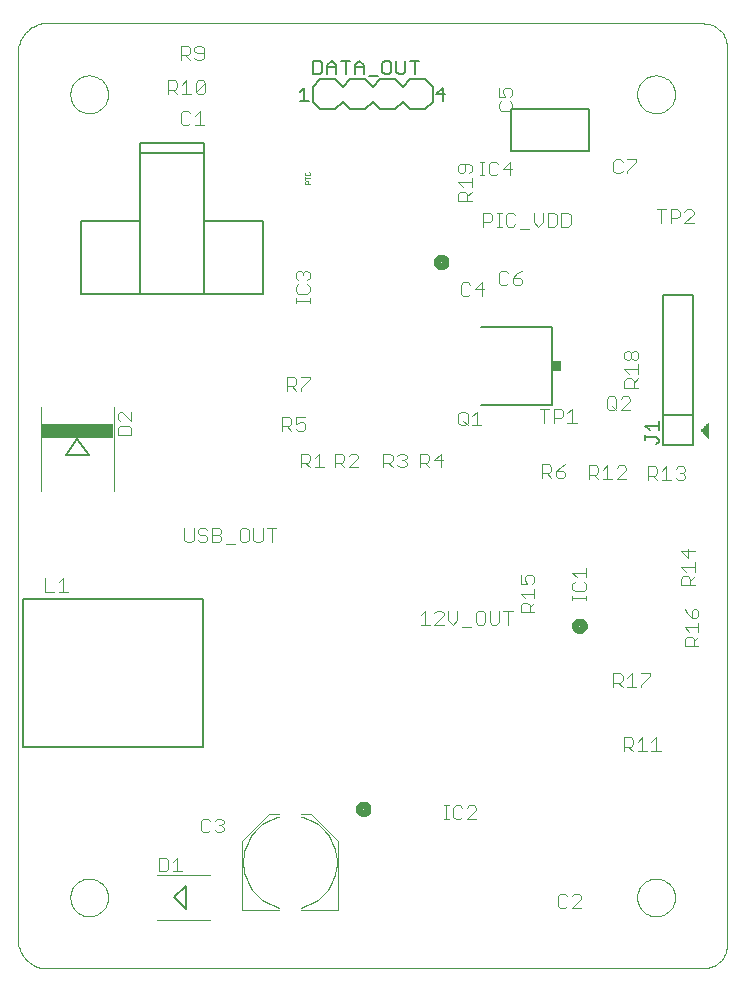
<source format=gto>
G75*
G70*
%OFA0B0*%
%FSLAX24Y24*%
%IPPOS*%
%LPD*%
%AMOC8*
5,1,8,0,0,1.08239X$1,22.5*
%
%ADD10C,0.0000*%
%ADD11C,0.0240*%
%ADD12C,0.0060*%
%ADD13C,0.0050*%
%ADD14C,0.0025*%
%ADD15C,0.0040*%
%ADD16C,0.0010*%
%ADD17C,0.0080*%
%ADD18R,0.0300X0.0340*%
%ADD19R,0.2441X0.0492*%
D10*
X015719Y008027D02*
X015719Y037160D01*
X015718Y037160D02*
X015708Y037220D01*
X015702Y037280D01*
X015699Y037341D01*
X015700Y037401D01*
X015704Y037462D01*
X015713Y037522D01*
X015724Y037581D01*
X015740Y037640D01*
X015759Y037698D01*
X015781Y037754D01*
X015807Y037809D01*
X015836Y037862D01*
X015868Y037914D01*
X015903Y037963D01*
X015941Y038011D01*
X015982Y038055D01*
X016025Y038098D01*
X016071Y038137D01*
X016119Y038174D01*
X016170Y038208D01*
X016222Y038238D01*
X016276Y038266D01*
X016332Y038290D01*
X016389Y038311D01*
X016447Y038328D01*
X016506Y038342D01*
X038553Y038342D01*
X038553Y038341D02*
X038607Y038339D01*
X038660Y038334D01*
X038713Y038325D01*
X038765Y038312D01*
X038817Y038296D01*
X038867Y038276D01*
X038915Y038253D01*
X038962Y038226D01*
X039007Y038197D01*
X039050Y038164D01*
X039090Y038129D01*
X039128Y038091D01*
X039163Y038051D01*
X039196Y038008D01*
X039225Y037963D01*
X039252Y037916D01*
X039275Y037868D01*
X039295Y037818D01*
X039311Y037766D01*
X039324Y037714D01*
X039333Y037661D01*
X039338Y037608D01*
X039340Y037554D01*
X039341Y037554D02*
X039341Y007633D01*
X039340Y007633D02*
X039338Y007579D01*
X039333Y007526D01*
X039324Y007473D01*
X039311Y007421D01*
X039295Y007369D01*
X039275Y007319D01*
X039252Y007271D01*
X039225Y007224D01*
X039196Y007179D01*
X039163Y007136D01*
X039128Y007096D01*
X039090Y007058D01*
X039050Y007023D01*
X039007Y006990D01*
X038962Y006961D01*
X038915Y006934D01*
X038867Y006911D01*
X038817Y006891D01*
X038765Y006875D01*
X038713Y006862D01*
X038660Y006853D01*
X038607Y006848D01*
X038553Y006846D01*
X016506Y006846D01*
X016506Y006845D02*
X016447Y006859D01*
X016389Y006876D01*
X016332Y006897D01*
X016276Y006921D01*
X016222Y006949D01*
X016170Y006979D01*
X016119Y007013D01*
X016071Y007050D01*
X016025Y007089D01*
X015982Y007132D01*
X015941Y007176D01*
X015903Y007224D01*
X015868Y007273D01*
X015836Y007325D01*
X015807Y007378D01*
X015781Y007433D01*
X015759Y007489D01*
X015740Y007547D01*
X015724Y007606D01*
X015713Y007665D01*
X015704Y007725D01*
X015700Y007786D01*
X015699Y007846D01*
X015702Y007907D01*
X015708Y007967D01*
X015718Y008027D01*
X017451Y009208D02*
X017453Y009258D01*
X017459Y009308D01*
X017469Y009357D01*
X017483Y009405D01*
X017500Y009452D01*
X017521Y009497D01*
X017546Y009541D01*
X017574Y009582D01*
X017606Y009621D01*
X017640Y009658D01*
X017677Y009692D01*
X017717Y009722D01*
X017759Y009749D01*
X017803Y009773D01*
X017849Y009794D01*
X017896Y009810D01*
X017944Y009823D01*
X017994Y009832D01*
X018043Y009837D01*
X018094Y009838D01*
X018144Y009835D01*
X018193Y009828D01*
X018242Y009817D01*
X018290Y009802D01*
X018336Y009784D01*
X018381Y009762D01*
X018424Y009736D01*
X018465Y009707D01*
X018504Y009675D01*
X018540Y009640D01*
X018572Y009602D01*
X018602Y009562D01*
X018629Y009519D01*
X018652Y009475D01*
X018671Y009429D01*
X018687Y009381D01*
X018699Y009332D01*
X018707Y009283D01*
X018711Y009233D01*
X018711Y009183D01*
X018707Y009133D01*
X018699Y009084D01*
X018687Y009035D01*
X018671Y008987D01*
X018652Y008941D01*
X018629Y008897D01*
X018602Y008854D01*
X018572Y008814D01*
X018540Y008776D01*
X018504Y008741D01*
X018465Y008709D01*
X018424Y008680D01*
X018381Y008654D01*
X018336Y008632D01*
X018290Y008614D01*
X018242Y008599D01*
X018193Y008588D01*
X018144Y008581D01*
X018094Y008578D01*
X018043Y008579D01*
X017994Y008584D01*
X017944Y008593D01*
X017896Y008606D01*
X017849Y008622D01*
X017803Y008643D01*
X017759Y008667D01*
X017717Y008694D01*
X017677Y008724D01*
X017640Y008758D01*
X017606Y008795D01*
X017574Y008834D01*
X017546Y008875D01*
X017521Y008919D01*
X017500Y008964D01*
X017483Y009011D01*
X017469Y009059D01*
X017459Y009108D01*
X017453Y009158D01*
X017451Y009208D01*
X036349Y009208D02*
X036351Y009258D01*
X036357Y009308D01*
X036367Y009357D01*
X036381Y009405D01*
X036398Y009452D01*
X036419Y009497D01*
X036444Y009541D01*
X036472Y009582D01*
X036504Y009621D01*
X036538Y009658D01*
X036575Y009692D01*
X036615Y009722D01*
X036657Y009749D01*
X036701Y009773D01*
X036747Y009794D01*
X036794Y009810D01*
X036842Y009823D01*
X036892Y009832D01*
X036941Y009837D01*
X036992Y009838D01*
X037042Y009835D01*
X037091Y009828D01*
X037140Y009817D01*
X037188Y009802D01*
X037234Y009784D01*
X037279Y009762D01*
X037322Y009736D01*
X037363Y009707D01*
X037402Y009675D01*
X037438Y009640D01*
X037470Y009602D01*
X037500Y009562D01*
X037527Y009519D01*
X037550Y009475D01*
X037569Y009429D01*
X037585Y009381D01*
X037597Y009332D01*
X037605Y009283D01*
X037609Y009233D01*
X037609Y009183D01*
X037605Y009133D01*
X037597Y009084D01*
X037585Y009035D01*
X037569Y008987D01*
X037550Y008941D01*
X037527Y008897D01*
X037500Y008854D01*
X037470Y008814D01*
X037438Y008776D01*
X037402Y008741D01*
X037363Y008709D01*
X037322Y008680D01*
X037279Y008654D01*
X037234Y008632D01*
X037188Y008614D01*
X037140Y008599D01*
X037091Y008588D01*
X037042Y008581D01*
X036992Y008578D01*
X036941Y008579D01*
X036892Y008584D01*
X036842Y008593D01*
X036794Y008606D01*
X036747Y008622D01*
X036701Y008643D01*
X036657Y008667D01*
X036615Y008694D01*
X036575Y008724D01*
X036538Y008758D01*
X036504Y008795D01*
X036472Y008834D01*
X036444Y008875D01*
X036419Y008919D01*
X036398Y008964D01*
X036381Y009011D01*
X036367Y009059D01*
X036357Y009108D01*
X036351Y009158D01*
X036349Y009208D01*
X036349Y035979D02*
X036351Y036029D01*
X036357Y036079D01*
X036367Y036128D01*
X036381Y036176D01*
X036398Y036223D01*
X036419Y036268D01*
X036444Y036312D01*
X036472Y036353D01*
X036504Y036392D01*
X036538Y036429D01*
X036575Y036463D01*
X036615Y036493D01*
X036657Y036520D01*
X036701Y036544D01*
X036747Y036565D01*
X036794Y036581D01*
X036842Y036594D01*
X036892Y036603D01*
X036941Y036608D01*
X036992Y036609D01*
X037042Y036606D01*
X037091Y036599D01*
X037140Y036588D01*
X037188Y036573D01*
X037234Y036555D01*
X037279Y036533D01*
X037322Y036507D01*
X037363Y036478D01*
X037402Y036446D01*
X037438Y036411D01*
X037470Y036373D01*
X037500Y036333D01*
X037527Y036290D01*
X037550Y036246D01*
X037569Y036200D01*
X037585Y036152D01*
X037597Y036103D01*
X037605Y036054D01*
X037609Y036004D01*
X037609Y035954D01*
X037605Y035904D01*
X037597Y035855D01*
X037585Y035806D01*
X037569Y035758D01*
X037550Y035712D01*
X037527Y035668D01*
X037500Y035625D01*
X037470Y035585D01*
X037438Y035547D01*
X037402Y035512D01*
X037363Y035480D01*
X037322Y035451D01*
X037279Y035425D01*
X037234Y035403D01*
X037188Y035385D01*
X037140Y035370D01*
X037091Y035359D01*
X037042Y035352D01*
X036992Y035349D01*
X036941Y035350D01*
X036892Y035355D01*
X036842Y035364D01*
X036794Y035377D01*
X036747Y035393D01*
X036701Y035414D01*
X036657Y035438D01*
X036615Y035465D01*
X036575Y035495D01*
X036538Y035529D01*
X036504Y035566D01*
X036472Y035605D01*
X036444Y035646D01*
X036419Y035690D01*
X036398Y035735D01*
X036381Y035782D01*
X036367Y035830D01*
X036357Y035879D01*
X036351Y035929D01*
X036349Y035979D01*
X017451Y035979D02*
X017453Y036029D01*
X017459Y036079D01*
X017469Y036128D01*
X017483Y036176D01*
X017500Y036223D01*
X017521Y036268D01*
X017546Y036312D01*
X017574Y036353D01*
X017606Y036392D01*
X017640Y036429D01*
X017677Y036463D01*
X017717Y036493D01*
X017759Y036520D01*
X017803Y036544D01*
X017849Y036565D01*
X017896Y036581D01*
X017944Y036594D01*
X017994Y036603D01*
X018043Y036608D01*
X018094Y036609D01*
X018144Y036606D01*
X018193Y036599D01*
X018242Y036588D01*
X018290Y036573D01*
X018336Y036555D01*
X018381Y036533D01*
X018424Y036507D01*
X018465Y036478D01*
X018504Y036446D01*
X018540Y036411D01*
X018572Y036373D01*
X018602Y036333D01*
X018629Y036290D01*
X018652Y036246D01*
X018671Y036200D01*
X018687Y036152D01*
X018699Y036103D01*
X018707Y036054D01*
X018711Y036004D01*
X018711Y035954D01*
X018707Y035904D01*
X018699Y035855D01*
X018687Y035806D01*
X018671Y035758D01*
X018652Y035712D01*
X018629Y035668D01*
X018602Y035625D01*
X018572Y035585D01*
X018540Y035547D01*
X018504Y035512D01*
X018465Y035480D01*
X018424Y035451D01*
X018381Y035425D01*
X018336Y035403D01*
X018290Y035385D01*
X018242Y035370D01*
X018193Y035359D01*
X018144Y035352D01*
X018094Y035349D01*
X018043Y035350D01*
X017994Y035355D01*
X017944Y035364D01*
X017896Y035377D01*
X017849Y035393D01*
X017803Y035414D01*
X017759Y035438D01*
X017717Y035465D01*
X017677Y035495D01*
X017640Y035529D01*
X017606Y035566D01*
X017574Y035605D01*
X017546Y035646D01*
X017521Y035690D01*
X017500Y035735D01*
X017483Y035782D01*
X017469Y035830D01*
X017459Y035879D01*
X017453Y035929D01*
X017451Y035979D01*
D11*
X029671Y030389D02*
X029673Y030412D01*
X029679Y030435D01*
X029688Y030457D01*
X029701Y030476D01*
X029717Y030493D01*
X029735Y030508D01*
X029756Y030519D01*
X029778Y030527D01*
X029801Y030531D01*
X029825Y030531D01*
X029848Y030527D01*
X029870Y030519D01*
X029891Y030508D01*
X029909Y030493D01*
X029925Y030476D01*
X029938Y030457D01*
X029947Y030435D01*
X029953Y030412D01*
X029955Y030389D01*
X029953Y030366D01*
X029947Y030343D01*
X029938Y030321D01*
X029925Y030302D01*
X029909Y030285D01*
X029891Y030270D01*
X029870Y030259D01*
X029848Y030251D01*
X029825Y030247D01*
X029801Y030247D01*
X029778Y030251D01*
X029756Y030259D01*
X029735Y030270D01*
X029717Y030285D01*
X029701Y030302D01*
X029688Y030321D01*
X029679Y030343D01*
X029673Y030366D01*
X029671Y030389D01*
X034278Y018263D02*
X034280Y018286D01*
X034286Y018309D01*
X034295Y018331D01*
X034308Y018350D01*
X034324Y018367D01*
X034342Y018382D01*
X034363Y018393D01*
X034385Y018401D01*
X034408Y018405D01*
X034432Y018405D01*
X034455Y018401D01*
X034477Y018393D01*
X034498Y018382D01*
X034516Y018367D01*
X034532Y018350D01*
X034545Y018331D01*
X034554Y018309D01*
X034560Y018286D01*
X034562Y018263D01*
X034560Y018240D01*
X034554Y018217D01*
X034545Y018195D01*
X034532Y018176D01*
X034516Y018159D01*
X034498Y018144D01*
X034477Y018133D01*
X034455Y018125D01*
X034432Y018121D01*
X034408Y018121D01*
X034385Y018125D01*
X034363Y018133D01*
X034342Y018144D01*
X034324Y018159D01*
X034308Y018176D01*
X034295Y018195D01*
X034286Y018217D01*
X034280Y018240D01*
X034278Y018263D01*
X027073Y012160D02*
X027075Y012183D01*
X027081Y012206D01*
X027090Y012228D01*
X027103Y012247D01*
X027119Y012264D01*
X027137Y012279D01*
X027158Y012290D01*
X027180Y012298D01*
X027203Y012302D01*
X027227Y012302D01*
X027250Y012298D01*
X027272Y012290D01*
X027293Y012279D01*
X027311Y012264D01*
X027327Y012247D01*
X027340Y012228D01*
X027349Y012206D01*
X027355Y012183D01*
X027357Y012160D01*
X027355Y012137D01*
X027349Y012114D01*
X027340Y012092D01*
X027327Y012073D01*
X027311Y012056D01*
X027293Y012041D01*
X027272Y012030D01*
X027250Y012022D01*
X027227Y012018D01*
X027203Y012018D01*
X027180Y012022D01*
X027158Y012030D01*
X027137Y012041D01*
X027119Y012056D01*
X027103Y012073D01*
X027090Y012092D01*
X027081Y012114D01*
X027075Y012137D01*
X027073Y012160D01*
D12*
X037215Y024290D02*
X037215Y025290D01*
X038215Y025290D01*
X038215Y024290D01*
X037215Y024290D01*
X037215Y025290D02*
X037215Y029290D01*
X038215Y029290D01*
X038215Y025290D01*
X029280Y035479D02*
X028780Y035479D01*
X028530Y035729D01*
X028280Y035479D01*
X027780Y035479D01*
X027530Y035729D01*
X027280Y035479D01*
X026780Y035479D01*
X026530Y035729D01*
X026280Y035479D01*
X025780Y035479D01*
X025530Y035729D01*
X025530Y036229D01*
X025780Y036479D01*
X026280Y036479D01*
X026530Y036229D01*
X026780Y036479D01*
X027280Y036479D01*
X027530Y036229D01*
X027780Y036479D01*
X028280Y036479D01*
X028530Y036229D01*
X028780Y036479D01*
X029280Y036479D01*
X029530Y036229D01*
X029530Y035729D01*
X029280Y035479D01*
D13*
X029655Y035980D02*
X029955Y035980D01*
X029880Y036205D02*
X029655Y035980D01*
X029880Y035754D02*
X029880Y036205D01*
X028928Y036654D02*
X028928Y037105D01*
X028778Y037105D02*
X029078Y037105D01*
X028617Y037105D02*
X028617Y036729D01*
X028542Y036654D01*
X028392Y036654D01*
X028317Y036729D01*
X028317Y037105D01*
X028157Y037030D02*
X028082Y037105D01*
X027932Y037105D01*
X027857Y037030D01*
X027857Y036729D01*
X027932Y036654D01*
X028082Y036654D01*
X028157Y036729D01*
X028157Y037030D01*
X027697Y036579D02*
X027396Y036579D01*
X027236Y036654D02*
X027236Y036955D01*
X027086Y037105D01*
X026936Y036955D01*
X026936Y036654D01*
X026936Y036880D02*
X027236Y036880D01*
X026776Y037105D02*
X026476Y037105D01*
X026626Y037105D02*
X026626Y036654D01*
X026315Y036654D02*
X026315Y036955D01*
X026165Y037105D01*
X026015Y036955D01*
X026015Y036654D01*
X025855Y036729D02*
X025855Y037030D01*
X025780Y037105D01*
X025555Y037105D01*
X025555Y036654D01*
X025780Y036654D01*
X025855Y036729D01*
X026015Y036880D02*
X026315Y036880D01*
X025255Y036205D02*
X025255Y035754D01*
X025105Y035754D02*
X025405Y035754D01*
X025105Y036055D02*
X025255Y036205D01*
X021900Y034365D02*
X019774Y034365D01*
X019774Y034011D01*
X021900Y034011D01*
X021900Y034365D01*
X021900Y034011D02*
X021900Y031767D01*
X023868Y031767D01*
X023868Y029326D01*
X021900Y029326D01*
X021900Y031767D01*
X019774Y031767D02*
X019774Y029326D01*
X017805Y029326D01*
X017805Y031767D01*
X019774Y031767D01*
X019774Y034011D01*
X019774Y029326D02*
X021900Y029326D01*
X021860Y019149D02*
X015876Y019149D01*
X015876Y014227D01*
X021860Y014227D01*
X021860Y019149D01*
X036614Y024466D02*
X036614Y024616D01*
X036614Y024541D02*
X036990Y024541D01*
X037065Y024466D01*
X037065Y024390D01*
X036990Y024315D01*
X037065Y024776D02*
X037065Y025076D01*
X037065Y024926D02*
X036614Y024926D01*
X036765Y024776D01*
D14*
X038465Y024790D02*
X038715Y025040D01*
X038715Y024540D01*
X038465Y024790D01*
X038468Y024793D02*
X038715Y024793D01*
X038715Y024770D02*
X038486Y024770D01*
X038509Y024746D02*
X038715Y024746D01*
X038715Y024723D02*
X038533Y024723D01*
X038556Y024699D02*
X038715Y024699D01*
X038715Y024676D02*
X038579Y024676D01*
X038603Y024652D02*
X038715Y024652D01*
X038715Y024629D02*
X038626Y024629D01*
X038650Y024605D02*
X038715Y024605D01*
X038715Y024582D02*
X038673Y024582D01*
X038697Y024559D02*
X038715Y024559D01*
X038715Y024817D02*
X038491Y024817D01*
X038514Y024840D02*
X038715Y024840D01*
X038715Y024863D02*
X038538Y024863D01*
X038561Y024887D02*
X038715Y024887D01*
X038715Y024910D02*
X038585Y024910D01*
X038608Y024934D02*
X038715Y024934D01*
X038715Y024957D02*
X038632Y024957D01*
X038655Y024981D02*
X038715Y024981D01*
X038715Y025004D02*
X038679Y025004D01*
X038702Y025028D02*
X038715Y025028D01*
D15*
X037860Y023574D02*
X037937Y023497D01*
X037937Y023420D01*
X037860Y023344D01*
X037937Y023267D01*
X037937Y023190D01*
X037860Y023114D01*
X037707Y023114D01*
X037630Y023190D01*
X037477Y023114D02*
X037170Y023114D01*
X037323Y023114D02*
X037323Y023574D01*
X037170Y023420D01*
X037016Y023344D02*
X037016Y023497D01*
X036939Y023574D01*
X036709Y023574D01*
X036709Y023114D01*
X036709Y023267D02*
X036939Y023267D01*
X037016Y023344D01*
X036863Y023267D02*
X037016Y023114D01*
X037630Y023497D02*
X037707Y023574D01*
X037860Y023574D01*
X037860Y023344D02*
X037783Y023344D01*
X035968Y023460D02*
X035968Y023537D01*
X035892Y023613D01*
X035738Y023613D01*
X035662Y023537D01*
X035968Y023460D02*
X035662Y023153D01*
X035968Y023153D01*
X035508Y023153D02*
X035201Y023153D01*
X035048Y023153D02*
X034894Y023306D01*
X034971Y023306D02*
X034741Y023306D01*
X034741Y023153D02*
X034741Y023613D01*
X034971Y023613D01*
X035048Y023537D01*
X035048Y023383D01*
X034971Y023306D01*
X035201Y023460D02*
X035355Y023613D01*
X035355Y023153D01*
X033946Y023265D02*
X033946Y023342D01*
X033869Y023419D01*
X033639Y023419D01*
X033639Y023265D01*
X033715Y023188D01*
X033869Y023188D01*
X033946Y023265D01*
X033792Y023572D02*
X033639Y023419D01*
X033485Y023419D02*
X033408Y023342D01*
X033178Y023342D01*
X033178Y023188D02*
X033178Y023649D01*
X033408Y023649D01*
X033485Y023572D01*
X033485Y023419D01*
X033332Y023342D02*
X033485Y023188D01*
X033792Y023572D02*
X033946Y023649D01*
X034022Y025035D02*
X034329Y025035D01*
X034175Y025035D02*
X034175Y025495D01*
X034022Y025342D01*
X033868Y025419D02*
X033868Y025265D01*
X033792Y025188D01*
X033561Y025188D01*
X033561Y025035D02*
X033561Y025495D01*
X033792Y025495D01*
X033868Y025419D01*
X033408Y025495D02*
X033101Y025495D01*
X033254Y025495D02*
X033254Y025035D01*
X031152Y024944D02*
X030845Y024944D01*
X030692Y024944D02*
X030538Y025098D01*
X030462Y024944D02*
X030385Y025021D01*
X030385Y025328D01*
X030462Y025405D01*
X030615Y025405D01*
X030692Y025328D01*
X030692Y025021D01*
X030615Y024944D01*
X030462Y024944D01*
X030845Y025251D02*
X030999Y025405D01*
X030999Y024944D01*
X029801Y024007D02*
X029571Y023777D01*
X029878Y023777D01*
X029801Y023547D02*
X029801Y024007D01*
X029418Y023930D02*
X029418Y023777D01*
X029341Y023700D01*
X029111Y023700D01*
X029264Y023700D02*
X029418Y023547D01*
X029111Y023547D02*
X029111Y024007D01*
X029341Y024007D01*
X029418Y023930D01*
X028658Y023930D02*
X028658Y023854D01*
X028581Y023777D01*
X028658Y023700D01*
X028658Y023623D01*
X028581Y023547D01*
X028427Y023547D01*
X028351Y023623D01*
X028197Y023547D02*
X028044Y023700D01*
X028121Y023700D02*
X027890Y023700D01*
X027890Y023547D02*
X027890Y024007D01*
X028121Y024007D01*
X028197Y023930D01*
X028197Y023777D01*
X028121Y023700D01*
X028351Y023930D02*
X028427Y024007D01*
X028581Y024007D01*
X028658Y023930D01*
X028581Y023777D02*
X028504Y023777D01*
X027043Y023854D02*
X027043Y023930D01*
X026967Y024007D01*
X026813Y024007D01*
X026737Y023930D01*
X026583Y023930D02*
X026583Y023777D01*
X026506Y023700D01*
X026276Y023700D01*
X026276Y023547D02*
X026276Y024007D01*
X026506Y024007D01*
X026583Y023930D01*
X026430Y023700D02*
X026583Y023547D01*
X026737Y023547D02*
X027043Y023854D01*
X027043Y023547D02*
X026737Y023547D01*
X025902Y023547D02*
X025595Y023547D01*
X025748Y023547D02*
X025748Y024007D01*
X025595Y023854D01*
X025441Y023930D02*
X025441Y023777D01*
X025365Y023700D01*
X025134Y023700D01*
X025134Y023547D02*
X025134Y024007D01*
X025365Y024007D01*
X025441Y023930D01*
X025288Y023700D02*
X025441Y023547D01*
X025207Y024763D02*
X025054Y024763D01*
X024977Y024840D01*
X024977Y024993D02*
X025131Y025070D01*
X025207Y025070D01*
X025284Y024993D01*
X025284Y024840D01*
X025207Y024763D01*
X024977Y024993D02*
X024977Y025224D01*
X025284Y025224D01*
X024824Y025147D02*
X024824Y024993D01*
X024747Y024917D01*
X024517Y024917D01*
X024670Y024917D02*
X024824Y024763D01*
X024517Y024763D02*
X024517Y025224D01*
X024747Y025224D01*
X024824Y025147D01*
X024674Y026102D02*
X024674Y026562D01*
X024904Y026562D01*
X024981Y026485D01*
X024981Y026332D01*
X024904Y026255D01*
X024674Y026255D01*
X024828Y026255D02*
X024981Y026102D01*
X025135Y026102D02*
X025135Y026178D01*
X025442Y026485D01*
X025442Y026562D01*
X025135Y026562D01*
X024974Y029029D02*
X024974Y029182D01*
X024974Y029106D02*
X025434Y029106D01*
X025434Y029182D02*
X025434Y029029D01*
X025357Y029336D02*
X025434Y029413D01*
X025434Y029566D01*
X025357Y029643D01*
X025357Y029796D02*
X025434Y029873D01*
X025434Y030026D01*
X025357Y030103D01*
X025281Y030103D01*
X025204Y030026D01*
X025204Y029950D01*
X025204Y030026D02*
X025127Y030103D01*
X025051Y030103D01*
X024974Y030026D01*
X024974Y029873D01*
X025051Y029796D01*
X025051Y029643D02*
X024974Y029566D01*
X024974Y029413D01*
X025051Y029336D01*
X025357Y029336D01*
X030475Y029332D02*
X030552Y029255D01*
X030705Y029255D01*
X030782Y029332D01*
X030935Y029485D02*
X031242Y029485D01*
X031166Y029255D02*
X031166Y029716D01*
X030935Y029485D01*
X030782Y029639D02*
X030705Y029716D01*
X030552Y029716D01*
X030475Y029639D01*
X030475Y029332D01*
X031743Y029704D02*
X031820Y029627D01*
X031973Y029627D01*
X032050Y029704D01*
X032203Y029704D02*
X032280Y029627D01*
X032433Y029627D01*
X032510Y029704D01*
X032510Y029780D01*
X032433Y029857D01*
X032203Y029857D01*
X032203Y029704D01*
X032203Y029857D02*
X032357Y030011D01*
X032510Y030087D01*
X032050Y030011D02*
X031973Y030087D01*
X031820Y030087D01*
X031743Y030011D01*
X031743Y029704D01*
X032439Y031494D02*
X032746Y031494D01*
X032899Y031724D02*
X033053Y031570D01*
X033206Y031724D01*
X033206Y032031D01*
X033360Y032031D02*
X033360Y031570D01*
X033590Y031570D01*
X033667Y031647D01*
X033667Y031954D01*
X033590Y032031D01*
X033360Y032031D01*
X033820Y032031D02*
X033820Y031570D01*
X034050Y031570D01*
X034127Y031647D01*
X034127Y031954D01*
X034050Y032031D01*
X033820Y032031D01*
X032899Y032031D02*
X032899Y031724D01*
X032285Y031647D02*
X032209Y031570D01*
X032055Y031570D01*
X031979Y031647D01*
X031979Y031954D01*
X032055Y032031D01*
X032209Y032031D01*
X032285Y031954D01*
X031825Y032031D02*
X031672Y032031D01*
X031748Y032031D02*
X031748Y031570D01*
X031672Y031570D02*
X031825Y031570D01*
X031518Y031800D02*
X031441Y031724D01*
X031211Y031724D01*
X031211Y031570D02*
X031211Y032031D01*
X031441Y032031D01*
X031518Y031954D01*
X031518Y031800D01*
X030833Y032427D02*
X030372Y032427D01*
X030372Y032657D01*
X030449Y032734D01*
X030602Y032734D01*
X030679Y032657D01*
X030679Y032427D01*
X030679Y032581D02*
X030833Y032734D01*
X030833Y032888D02*
X030833Y033195D01*
X030833Y033041D02*
X030372Y033041D01*
X030526Y032888D01*
X030526Y033348D02*
X030602Y033425D01*
X030602Y033655D01*
X030449Y033655D02*
X030372Y033578D01*
X030372Y033425D01*
X030449Y033348D01*
X030526Y033348D01*
X030756Y033348D02*
X030833Y033425D01*
X030833Y033578D01*
X030756Y033655D01*
X030449Y033655D01*
X031102Y033735D02*
X031255Y033735D01*
X031178Y033735D02*
X031178Y033275D01*
X031102Y033275D02*
X031255Y033275D01*
X031409Y033351D02*
X031485Y033275D01*
X031639Y033275D01*
X031715Y033351D01*
X031869Y033505D02*
X032176Y033505D01*
X032099Y033735D02*
X031869Y033505D01*
X031715Y033658D02*
X031639Y033735D01*
X031485Y033735D01*
X031409Y033658D01*
X031409Y033351D01*
X032099Y033275D02*
X032099Y033735D01*
X032108Y035435D02*
X031801Y035435D01*
X031725Y035512D01*
X031725Y035665D01*
X031801Y035742D01*
X031725Y035895D02*
X031955Y035895D01*
X031878Y036049D01*
X031878Y036125D01*
X031955Y036202D01*
X032108Y036202D01*
X032185Y036125D01*
X032185Y035972D01*
X032108Y035895D01*
X032108Y035742D02*
X032185Y035665D01*
X032185Y035512D01*
X032108Y035435D01*
X031725Y035895D02*
X031725Y036202D01*
X035554Y033733D02*
X035554Y033427D01*
X035630Y033350D01*
X035784Y033350D01*
X035861Y033427D01*
X036014Y033427D02*
X036321Y033733D01*
X036321Y033810D01*
X036014Y033810D01*
X035861Y033733D02*
X035784Y033810D01*
X035630Y033810D01*
X035554Y033733D01*
X036014Y033427D02*
X036014Y033350D01*
X036999Y032149D02*
X037306Y032149D01*
X037459Y032149D02*
X037689Y032149D01*
X037766Y032072D01*
X037766Y031919D01*
X037689Y031842D01*
X037459Y031842D01*
X037459Y031688D02*
X037459Y032149D01*
X037152Y032149D02*
X037152Y031688D01*
X037919Y031688D02*
X038226Y031995D01*
X038226Y032072D01*
X038150Y032149D01*
X037996Y032149D01*
X037919Y032072D01*
X037919Y031688D02*
X038226Y031688D01*
X036307Y027435D02*
X036384Y027358D01*
X036384Y027204D01*
X036307Y027128D01*
X036230Y027128D01*
X036154Y027204D01*
X036154Y027358D01*
X036230Y027435D01*
X036307Y027435D01*
X036154Y027358D02*
X036077Y027435D01*
X036000Y027435D01*
X035923Y027358D01*
X035923Y027204D01*
X036000Y027128D01*
X036077Y027128D01*
X036154Y027204D01*
X036384Y026974D02*
X036384Y026667D01*
X036384Y026514D02*
X036230Y026360D01*
X036230Y026437D02*
X036230Y026207D01*
X036384Y026207D02*
X035923Y026207D01*
X035923Y026437D01*
X036000Y026514D01*
X036154Y026514D01*
X036230Y026437D01*
X036077Y026667D02*
X035923Y026821D01*
X036384Y026821D01*
X036034Y025911D02*
X035880Y025911D01*
X035803Y025834D01*
X035650Y025834D02*
X035650Y025527D01*
X035573Y025450D01*
X035420Y025450D01*
X035343Y025527D01*
X035343Y025834D01*
X035420Y025911D01*
X035573Y025911D01*
X035650Y025834D01*
X035497Y025604D02*
X035650Y025450D01*
X035803Y025450D02*
X036110Y025757D01*
X036110Y025834D01*
X036034Y025911D01*
X036110Y025450D02*
X035803Y025450D01*
X037809Y020759D02*
X038039Y020528D01*
X038039Y020835D01*
X037809Y020759D02*
X038270Y020759D01*
X038270Y020375D02*
X038270Y020068D01*
X038270Y019915D02*
X038116Y019761D01*
X038116Y019838D02*
X038116Y019608D01*
X038270Y019608D02*
X037809Y019608D01*
X037809Y019838D01*
X037886Y019915D01*
X038039Y019915D01*
X038116Y019838D01*
X037963Y020068D02*
X037809Y020222D01*
X038270Y020222D01*
X038234Y018828D02*
X038158Y018751D01*
X038158Y018521D01*
X038311Y018521D01*
X038388Y018597D01*
X038388Y018751D01*
X038311Y018828D01*
X038234Y018828D01*
X038004Y018674D02*
X038158Y018521D01*
X038004Y018674D02*
X037927Y018828D01*
X037927Y018214D02*
X038388Y018214D01*
X038388Y018367D02*
X038388Y018060D01*
X038388Y017907D02*
X038234Y017753D01*
X038234Y017830D02*
X038234Y017600D01*
X038388Y017600D02*
X037927Y017600D01*
X037927Y017830D01*
X038004Y017907D01*
X038158Y017907D01*
X038234Y017830D01*
X038081Y018060D02*
X037927Y018214D01*
X036780Y016680D02*
X036473Y016680D01*
X036166Y016680D02*
X036166Y016220D01*
X036013Y016220D02*
X036320Y016220D01*
X036473Y016220D02*
X036473Y016297D01*
X036780Y016604D01*
X036780Y016680D01*
X036166Y016680D02*
X036013Y016527D01*
X035859Y016604D02*
X035859Y016450D01*
X035783Y016373D01*
X035552Y016373D01*
X035552Y016220D02*
X035552Y016680D01*
X035783Y016680D01*
X035859Y016604D01*
X035706Y016373D02*
X035859Y016220D01*
X035898Y014546D02*
X036128Y014546D01*
X036205Y014470D01*
X036205Y014316D01*
X036128Y014239D01*
X035898Y014239D01*
X035898Y014086D02*
X035898Y014546D01*
X036052Y014239D02*
X036205Y014086D01*
X036359Y014086D02*
X036666Y014086D01*
X036819Y014086D02*
X037126Y014086D01*
X036972Y014086D02*
X036972Y014546D01*
X036819Y014393D01*
X036512Y014546D02*
X036512Y014086D01*
X036359Y014393D02*
X036512Y014546D01*
X032919Y018726D02*
X032459Y018726D01*
X032459Y018957D01*
X032536Y019033D01*
X032689Y019033D01*
X032766Y018957D01*
X032766Y018726D01*
X032766Y018880D02*
X032919Y019033D01*
X032919Y019187D02*
X032919Y019494D01*
X032919Y019340D02*
X032459Y019340D01*
X032612Y019187D01*
X032689Y019647D02*
X032612Y019801D01*
X032612Y019877D01*
X032689Y019954D01*
X032843Y019954D01*
X032919Y019877D01*
X032919Y019724D01*
X032843Y019647D01*
X032689Y019647D02*
X032459Y019647D01*
X032459Y019954D01*
X032194Y018763D02*
X031887Y018763D01*
X032040Y018763D02*
X032040Y018303D01*
X031733Y018379D02*
X031733Y018763D01*
X031427Y018763D02*
X031427Y018379D01*
X031503Y018303D01*
X031657Y018303D01*
X031733Y018379D01*
X031273Y018379D02*
X031273Y018686D01*
X031196Y018763D01*
X031043Y018763D01*
X030966Y018686D01*
X030966Y018379D01*
X031043Y018303D01*
X031196Y018303D01*
X031273Y018379D01*
X030813Y018226D02*
X030506Y018226D01*
X030352Y018456D02*
X030352Y018763D01*
X030045Y018763D02*
X030045Y018456D01*
X030199Y018303D01*
X030352Y018456D01*
X029892Y018303D02*
X029585Y018303D01*
X029892Y018609D01*
X029892Y018686D01*
X029815Y018763D01*
X029662Y018763D01*
X029585Y018686D01*
X029278Y018763D02*
X029278Y018303D01*
X029125Y018303D02*
X029432Y018303D01*
X029125Y018609D02*
X029278Y018763D01*
X024166Y021058D02*
X024166Y021519D01*
X024013Y021519D02*
X024320Y021519D01*
X023859Y021519D02*
X023859Y021135D01*
X023783Y021058D01*
X023629Y021058D01*
X023553Y021135D01*
X023553Y021519D01*
X023399Y021442D02*
X023322Y021519D01*
X023169Y021519D01*
X023092Y021442D01*
X023092Y021135D01*
X023169Y021058D01*
X023322Y021058D01*
X023399Y021135D01*
X023399Y021442D01*
X022939Y020982D02*
X022632Y020982D01*
X022478Y021135D02*
X022402Y021058D01*
X022171Y021058D01*
X022171Y021519D01*
X022402Y021519D01*
X022478Y021442D01*
X022478Y021365D01*
X022402Y021289D01*
X022171Y021289D01*
X022018Y021212D02*
X022018Y021135D01*
X021941Y021058D01*
X021788Y021058D01*
X021711Y021135D01*
X021558Y021135D02*
X021558Y021519D01*
X021711Y021442D02*
X021788Y021519D01*
X021941Y021519D01*
X022018Y021442D01*
X021941Y021289D02*
X022018Y021212D01*
X021941Y021289D02*
X021788Y021289D01*
X021711Y021365D01*
X021711Y021442D01*
X021558Y021135D02*
X021481Y021058D01*
X021327Y021058D01*
X021251Y021135D01*
X021251Y021519D01*
X022402Y021289D02*
X022478Y021212D01*
X022478Y021135D01*
X019490Y024629D02*
X019490Y024860D01*
X019413Y024936D01*
X019106Y024936D01*
X019029Y024860D01*
X019029Y024629D01*
X019490Y024629D01*
X019490Y025090D02*
X019183Y025397D01*
X019106Y025397D01*
X019029Y025320D01*
X019029Y025167D01*
X019106Y025090D01*
X019490Y025090D02*
X019490Y025397D01*
X018910Y025570D02*
X018910Y022767D01*
X016465Y022767D02*
X016465Y025570D01*
X016605Y019861D02*
X016605Y019401D01*
X016912Y019401D01*
X017066Y019401D02*
X017373Y019401D01*
X017219Y019401D02*
X017219Y019861D01*
X017066Y019708D01*
X024065Y012003D02*
X024420Y012003D01*
X024065Y012003D02*
X023160Y011098D01*
X023160Y008775D01*
X024420Y008775D01*
X025128Y008775D02*
X026388Y008775D01*
X026388Y011098D01*
X025483Y012003D01*
X025128Y012003D01*
X025128Y011905D02*
X025205Y011885D01*
X025280Y011862D01*
X025354Y011834D01*
X025426Y011803D01*
X025497Y011768D01*
X025566Y011730D01*
X025632Y011688D01*
X025697Y011643D01*
X025759Y011595D01*
X025819Y011543D01*
X025876Y011489D01*
X025930Y011432D01*
X025982Y011372D01*
X026030Y011310D01*
X026075Y011245D01*
X026116Y011178D01*
X026154Y011109D01*
X026189Y011038D01*
X026220Y010966D01*
X026248Y010892D01*
X026271Y010817D01*
X026291Y010741D01*
X026307Y010663D01*
X026319Y010585D01*
X026327Y010507D01*
X026331Y010428D01*
X026331Y010350D01*
X026327Y010271D01*
X026319Y010193D01*
X026307Y010115D01*
X026291Y010037D01*
X026271Y009961D01*
X026248Y009886D01*
X026220Y009812D01*
X026189Y009740D01*
X026154Y009669D01*
X026116Y009600D01*
X026075Y009533D01*
X026030Y009468D01*
X025982Y009406D01*
X025930Y009346D01*
X025876Y009289D01*
X025819Y009235D01*
X025759Y009183D01*
X025697Y009135D01*
X025632Y009090D01*
X025566Y009048D01*
X025497Y009010D01*
X025426Y008975D01*
X025354Y008944D01*
X025280Y008916D01*
X025205Y008893D01*
X025128Y008873D01*
X024420Y008873D02*
X024343Y008893D01*
X024268Y008916D01*
X024194Y008944D01*
X024122Y008975D01*
X024051Y009010D01*
X023982Y009048D01*
X023916Y009090D01*
X023851Y009135D01*
X023789Y009183D01*
X023729Y009235D01*
X023672Y009289D01*
X023618Y009346D01*
X023566Y009406D01*
X023518Y009468D01*
X023473Y009533D01*
X023432Y009600D01*
X023394Y009669D01*
X023359Y009740D01*
X023328Y009812D01*
X023300Y009886D01*
X023277Y009961D01*
X023257Y010037D01*
X023241Y010115D01*
X023229Y010193D01*
X023221Y010271D01*
X023217Y010350D01*
X023217Y010428D01*
X023221Y010507D01*
X023229Y010585D01*
X023241Y010663D01*
X023257Y010741D01*
X023277Y010817D01*
X023300Y010892D01*
X023328Y010966D01*
X023359Y011038D01*
X023394Y011109D01*
X023432Y011178D01*
X023473Y011245D01*
X023518Y011310D01*
X023566Y011372D01*
X023618Y011432D01*
X023672Y011489D01*
X023729Y011543D01*
X023789Y011595D01*
X023851Y011643D01*
X023916Y011688D01*
X023982Y011730D01*
X024051Y011768D01*
X024122Y011803D01*
X024194Y011834D01*
X024268Y011862D01*
X024343Y011885D01*
X024420Y011905D01*
X022566Y011761D02*
X022566Y011684D01*
X022489Y011608D01*
X022566Y011531D01*
X022566Y011454D01*
X022489Y011377D01*
X022335Y011377D01*
X022259Y011454D01*
X022105Y011454D02*
X022028Y011377D01*
X021875Y011377D01*
X021798Y011454D01*
X021798Y011761D01*
X021875Y011838D01*
X022028Y011838D01*
X022105Y011761D01*
X022259Y011761D02*
X022335Y011838D01*
X022489Y011838D01*
X022566Y011761D01*
X022489Y011608D02*
X022412Y011608D01*
X021014Y010538D02*
X021014Y010078D01*
X020861Y010078D02*
X021168Y010078D01*
X020861Y010385D02*
X021014Y010538D01*
X020708Y010461D02*
X020631Y010538D01*
X020401Y010538D01*
X020401Y010078D01*
X020631Y010078D01*
X020708Y010154D01*
X020708Y010461D01*
X020341Y009958D02*
X022121Y009958D01*
X022121Y008458D02*
X020341Y008458D01*
X029908Y011814D02*
X030062Y011814D01*
X029985Y011814D02*
X029985Y012275D01*
X029908Y012275D02*
X030062Y012275D01*
X030215Y012198D02*
X030215Y011891D01*
X030292Y011814D01*
X030445Y011814D01*
X030522Y011891D01*
X030675Y011814D02*
X030982Y012121D01*
X030982Y012198D01*
X030906Y012275D01*
X030752Y012275D01*
X030675Y012198D01*
X030522Y012198D02*
X030445Y012275D01*
X030292Y012275D01*
X030215Y012198D01*
X030675Y011814D02*
X030982Y011814D01*
X033704Y009241D02*
X033704Y008934D01*
X033781Y008858D01*
X033934Y008858D01*
X034011Y008934D01*
X034164Y008858D02*
X034471Y009165D01*
X034471Y009241D01*
X034394Y009318D01*
X034241Y009318D01*
X034164Y009241D01*
X034011Y009241D02*
X033934Y009318D01*
X033781Y009318D01*
X033704Y009241D01*
X034164Y008858D02*
X034471Y008858D01*
X034646Y019108D02*
X034646Y019261D01*
X034646Y019184D02*
X034185Y019184D01*
X034185Y019108D02*
X034185Y019261D01*
X034262Y019415D02*
X034569Y019415D01*
X034646Y019491D01*
X034646Y019645D01*
X034569Y019722D01*
X034646Y019875D02*
X034646Y020182D01*
X034646Y020028D02*
X034185Y020028D01*
X034339Y019875D01*
X034262Y019722D02*
X034185Y019645D01*
X034185Y019491D01*
X034262Y019415D01*
X021912Y034960D02*
X021605Y034960D01*
X021759Y034960D02*
X021759Y035420D01*
X021605Y035267D01*
X021452Y035344D02*
X021375Y035420D01*
X021221Y035420D01*
X021145Y035344D01*
X021145Y035037D01*
X021221Y034960D01*
X021375Y034960D01*
X021452Y035037D01*
X021477Y035984D02*
X021170Y035984D01*
X021017Y035984D02*
X020863Y036137D01*
X020940Y036137D02*
X020710Y036137D01*
X020710Y035984D02*
X020710Y036444D01*
X020940Y036444D01*
X021017Y036367D01*
X021017Y036214D01*
X020940Y036137D01*
X021170Y036291D02*
X021324Y036444D01*
X021324Y035984D01*
X021631Y036060D02*
X021631Y036367D01*
X021707Y036444D01*
X021861Y036444D01*
X021938Y036367D01*
X021631Y036060D01*
X021707Y035984D01*
X021861Y035984D01*
X021938Y036060D01*
X021938Y036367D01*
X021822Y037125D02*
X021898Y037202D01*
X021898Y037509D01*
X021822Y037586D01*
X021668Y037586D01*
X021591Y037509D01*
X021591Y037432D01*
X021668Y037356D01*
X021898Y037356D01*
X021822Y037125D02*
X021668Y037125D01*
X021591Y037202D01*
X021438Y037125D02*
X021284Y037279D01*
X021361Y037279D02*
X021131Y037279D01*
X021131Y037125D02*
X021131Y037586D01*
X021361Y037586D01*
X021438Y037509D01*
X021438Y037356D01*
X021361Y037279D01*
D16*
X025291Y033353D02*
X025291Y033303D01*
X025316Y033278D01*
X025416Y033278D01*
X025441Y033303D01*
X025441Y033353D01*
X025416Y033378D01*
X025316Y033378D02*
X025291Y033353D01*
X025291Y033231D02*
X025291Y033131D01*
X025291Y033181D02*
X025441Y033181D01*
X025366Y033083D02*
X025391Y033058D01*
X025391Y032983D01*
X025441Y032983D02*
X025291Y032983D01*
X025291Y033058D01*
X025316Y033083D01*
X025366Y033083D01*
D17*
X031138Y028214D02*
X033498Y028214D01*
X033498Y025634D01*
X031138Y025634D01*
X032145Y034098D02*
X034725Y034098D01*
X034725Y035498D01*
X032145Y035498D01*
X032145Y034098D01*
X018081Y023955D02*
X017294Y023955D01*
X017687Y024495D01*
X018081Y023955D01*
X021307Y009601D02*
X021307Y008814D01*
X020904Y009208D01*
X021307Y009601D01*
D18*
X033688Y026924D03*
D19*
X017687Y024749D03*
M02*

</source>
